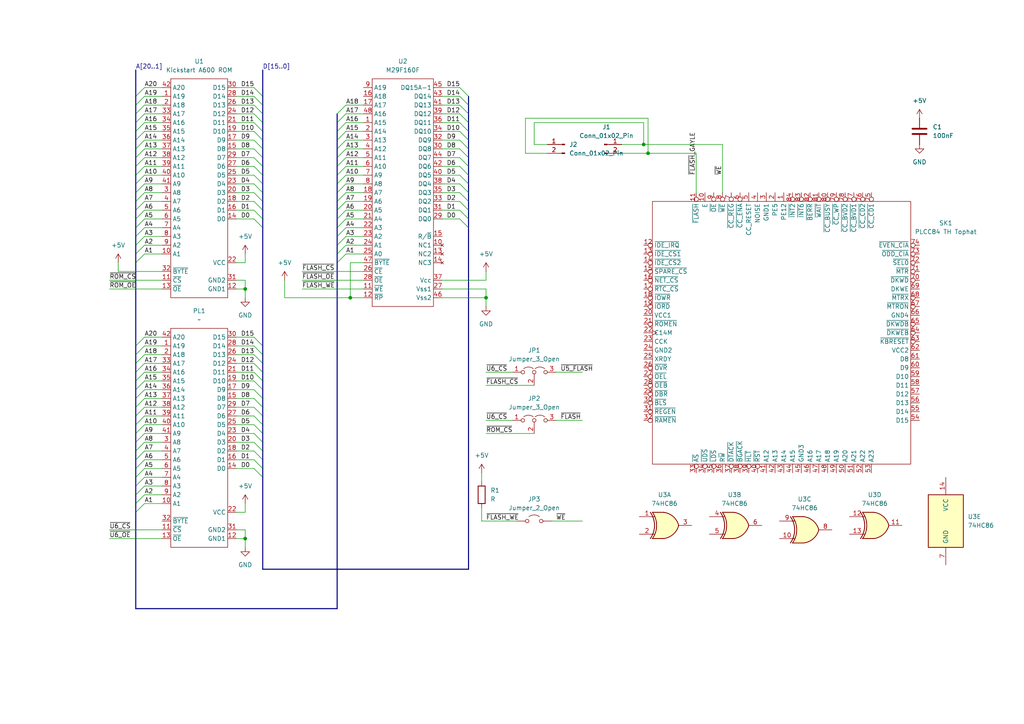
<source format=kicad_sch>
(kicad_sch (version 20250114) (generator "eeschema") (generator_version "9.0")
  (paper "A4")
  (lib_symbols
    (symbol "74xx:74HC86" (pin_names (offset 1.016))
      (property "Reference" "U" (at 0 1.27 0))
      (property "Value" "74HC86" (at 0 -1.27 0))
      (symbol "74HC86_1_0"
        (pin input line (at -7.62 2.54 0) (length 4.445) (name "~") (number "1"))
        (pin input line (at -7.62 -2.54 0) (length 4.445) (name "~") (number "2"))
        (pin output line (at 7.62 0 180) (length 3.81) (name "~") (number "3"))
      )
      (symbol "74HC86_2_0"
        (pin input line (at -7.62 2.54 0) (length 4.445) (name "~") (number "4"))
        (pin input line (at -7.62 -2.54 0) (length 4.445) (name "~") (number "5"))
        (pin output line (at 7.62 0 180) (length 3.81) (name "~") (number "6"))
      )
      (symbol "74HC86_3_0"
        (pin input line (at -7.62 2.54 0) (length 4.445) (name "~") (number "9"))
        (pin input line (at -7.62 -2.54 0) (length 4.445) (name "~") (number "10"))
        (pin output line (at 7.62 0 180) (length 3.81) (name "~") (number "8"))
      )
      (symbol "74HC86_4_0"
        (pin input line (at -7.62 2.54 0) (length 4.445) (name "~") (number "12"))
        (pin input line (at -7.62 -2.54 0) (length 4.445) (name "~") (number "13"))
        (pin output line (at 7.62 0 180) (length 3.81) (name "~") (number "11"))
      )
      (symbol "74HC86_5_0"
        (pin power_in line (at 0 12.7 270) (length 5.08) (name "VCC") (number "14"))
        (pin power_in line (at 0 -12.7 90) (length 5.08) (name "GND") (number "7"))
      )
    )
    (symbol "A600ROM:Gayle_Tophat"
      (property "Reference" "SK" (at -1.524 1.524 0))
      (property "Value" "PLCC84 TH Tophat" (at 0 0 0))
      (symbol "Gayle_Tophat_1_1"
        (pin output inverted (at -40.64 25.4 0) (length 2.54) (name "~{IDE_IRQ}") (number "12"))
        (pin output inverted (at -40.64 22.86 0) (length 2.54) (name "~{IDE_CS1}") (number "13"))
        (pin output inverted (at -40.64 20.32 0) (length 2.54) (name "~{IDE_CS2}") (number "14"))
        (pin output inverted (at -40.64 17.78 0) (length 2.54) (name "~{SPARE_CS}") (number "15"))
        (pin output inverted (at -40.64 15.24 0) (length 2.54) (name "~{NET_CS}") (number "16"))
        (pin output inverted (at -40.64 12.7 0) (length 2.54) (name "~{RTC_CS}") (number "17"))
        (pin output inverted (at -40.64 10.16 0) (length 2.54) (name "~{IOWR}") (number "18"))
        (pin output inverted (at -40.64 7.62 0) (length 2.54) (name "~{IORD}") (number "19"))
        (pin power_out line (at -40.64 5.08 0) (length 2.54) (name "VCC1") (number "20"))
        (pin output inverted (at -40.64 2.54 0) (length 2.54) (name "~{ROMEN}") (number "21"))
        (pin output clock (at -40.64 0 0) (length 2.54) (name "C14M") (number "22"))
        (pin output line (at -40.64 -2.54 0) (length 2.54) (name "CCK") (number "23"))
        (pin power_out line (at -40.64 -5.08 0) (length 2.54) (name "GND2") (number "24"))
        (pin output line (at -40.64 -7.62 0) (length 2.54) (name "XRDY") (number "25"))
        (pin output inverted (at -40.64 -10.16 0) (length 2.54) (name "~{OVR}") (number "26"))
        (pin output inverted (at -40.64 -12.7 0) (length 2.54) (name "~{OEL}") (number "27"))
        (pin output inverted (at -40.64 -15.24 0) (length 2.54) (name "~{OEB}") (number "28"))
        (pin output inverted (at -40.64 -17.78 0) (length 2.54) (name "~{DBR}") (number "29"))
        (pin output inverted (at -40.64 -20.32 0) (length 2.54) (name "~{BLS}") (number "30"))
        (pin output inverted (at -40.64 -22.86 0) (length 2.54) (name "~{REGEN}") (number "31"))
        (pin output inverted (at -40.64 -25.4 0) (length 2.54) (name "~{RAMEN}") (number "32"))
        (pin output inverted (at -25.4 40.64 270) (length 2.54) (name "~{FLASH}") (number "11"))
        (pin output inverted (at -25.4 -40.64 90) (length 2.54) (name "~{AS}") (number "33"))
        (pin output line (at -22.86 40.64 270) (length 2.54) (name "E") (number "10"))
        (pin output inverted (at -22.86 -40.64 90) (length 2.54) (name "~{UDS}") (number "34"))
        (pin output inverted (at -20.32 40.64 270) (length 2.54) (name "~{OE}") (number "9"))
        (pin output inverted (at -20.32 -40.64 90) (length 2.54) (name "~{LDS}") (number "35"))
        (pin output inverted (at -17.78 40.64 270) (length 2.54) (name "~{WE}") (number "8"))
        (pin output line (at -17.78 -40.64 90) (length 2.54) (name "R~{W}") (number "36"))
        (pin output inverted (at -15.24 40.64 270) (length 2.54) (name "~{CC_REG}") (number "7"))
        (pin bidirectional inverted (at -15.24 -40.64 90) (length 2.54) (name "~{DTACK}") (number "37"))
        (pin output inverted (at -12.7 40.64 270) (length 2.54) (name "~{CC_ENA}") (number "6"))
        (pin output inverted (at -12.7 -40.64 90) (length 2.54) (name "~{BGACK}") (number "38"))
        (pin output line (at -10.16 40.64 270) (length 2.54) (name "CC_RESET") (number "5"))
        (pin output inverted (at -10.16 -40.64 90) (length 2.54) (name "~{HLT}") (number "39"))
        (pin output line (at -7.62 40.64 270) (length 2.54) (name "NOISE") (number "4"))
        (pin output inverted (at -7.62 -40.64 90) (length 2.54) (name "~{RST}") (number "40"))
        (pin power_out line (at -5.08 40.64 270) (length 2.54) (name "GND1") (number "3"))
        (pin output line (at -5.08 -40.64 90) (length 2.54) (name "A12") (number "41"))
        (pin output line (at -2.54 40.64 270) (length 2.54) (name "PE5") (number "2"))
        (pin output line (at -2.54 -40.64 90) (length 2.54) (name "A13") (number "42"))
        (pin output line (at 0 40.64 270) (length 2.54) (name "PE12") (number "1"))
        (pin output line (at 0 -40.64 90) (length 2.54) (name "A14") (number "43"))
        (pin output inverted (at 2.54 40.64 270) (length 2.54) (name "~{INT2}") (number "84"))
        (pin output line (at 2.54 -40.64 90) (length 2.54) (name "A15") (number "44"))
        (pin output inverted (at 5.08 40.64 270) (length 2.54) (name "~{INT6}") (number "83"))
        (pin power_out line (at 5.08 -40.64 90) (length 2.54) (name "GND3") (number "45"))
        (pin output inverted (at 7.62 40.64 270) (length 2.54) (name "~{BERR}") (number "82"))
        (pin output line (at 7.62 -40.64 90) (length 2.54) (name "A16") (number "46"))
        (pin output inverted (at 10.16 40.64 270) (length 2.54) (name "~{WAIT}") (number "81"))
        (pin output line (at 10.16 -40.64 90) (length 2.54) (name "A17") (number "47"))
        (pin output inverted (at 12.7 40.64 270) (length 2.54) (name "~{CC_BUSY}") (number "80"))
        (pin output line (at 12.7 -40.64 90) (length 2.54) (name "A18") (number "48"))
        (pin output inverted (at 15.24 40.64 270) (length 2.54) (name "~{CC_WP}") (number "79"))
        (pin output line (at 15.24 -40.64 90) (length 2.54) (name "A19") (number "49"))
        (pin output inverted (at 17.78 40.64 270) (length 2.54) (name "~{CC_BVD2}") (number "78"))
        (pin output line (at 17.78 -40.64 90) (length 2.54) (name "A20") (number "50"))
        (pin output inverted (at 20.32 40.64 270) (length 2.54) (name "~{CC_BVD1}") (number "77"))
        (pin output line (at 20.32 -40.64 90) (length 2.54) (name "A21") (number "51"))
        (pin output inverted (at 22.86 40.64 270) (length 2.54) (name "~{CC_CD2}") (number "76"))
        (pin output line (at 22.86 -40.64 90) (length 2.54) (name "A22") (number "52"))
        (pin output inverted (at 25.4 40.64 270) (length 2.54) (name "~{CC_CD1}") (number "75"))
        (pin output line (at 25.4 -40.64 90) (length 2.54) (name "A23") (number "53"))
        (pin output inverted (at 39.37 25.4 180) (length 2.54) (name "~{EVEN_CIA}") (number "74"))
        (pin output inverted (at 39.37 22.86 180) (length 2.54) (name "~{ODD_CIA}") (number "73"))
        (pin output inverted (at 39.37 20.32 180) (length 2.54) (name "~{SEL0}") (number "72"))
        (pin output inverted (at 39.37 17.78 180) (length 2.54) (name "~{MTR}") (number "71"))
        (pin output inverted (at 39.37 15.24 180) (length 2.54) (name "~{DKWD}") (number "70"))
        (pin output line (at 39.37 12.7 180) (length 2.54) (name "DKWE") (number "69"))
        (pin output inverted (at 39.37 10.16 180) (length 2.54) (name "~{MTRX}") (number "68"))
        (pin output inverted (at 39.37 7.62 180) (length 2.54) (name "~{MTRON}") (number "67"))
        (pin power_out line (at 39.37 5.08 180) (length 2.54) (name "GND4") (number "66"))
        (pin output inverted (at 39.37 2.54 180) (length 2.54) (name "~{DKWDB}") (number "65"))
        (pin output inverted (at 39.37 0 180) (length 2.54) (name "~{DKWEB}") (number "64"))
        (pin output inverted (at 39.37 -2.54 180) (length 2.54) (name "~{KBRESET}") (number "63"))
        (pin output line (at 39.37 -5.08 180) (length 2.54) (name "VCC2") (number "62"))
        (pin bidirectional line (at 39.37 -7.62 180) (length 2.54) (name "D8") (number "61"))
        (pin bidirectional line (at 39.37 -10.16 180) (length 2.54) (name "D9") (number "60"))
        (pin bidirectional line (at 39.37 -12.7 180) (length 2.54) (name "D10") (number "59"))
        (pin bidirectional line (at 39.37 -15.24 180) (length 2.54) (name "D11") (number "58"))
        (pin bidirectional line (at 39.37 -17.78 180) (length 2.54) (name "D12") (number "57"))
        (pin bidirectional line (at 39.37 -20.32 180) (length 2.54) (name "D13") (number "56"))
        (pin bidirectional line (at 39.37 -22.86 180) (length 2.54) (name "D14") (number "55"))
        (pin bidirectional line (at 39.37 -25.4 180) (length 2.54) (name "D15") (number "54"))
      )
    )
    (symbol "A600ROM:Kickstart_Header"
      (property "Reference" "PL" (at 0 0 0))
      (symbol "Kickstart_Header_1_1"
        (pin output line (at -10.16 -5.08 0) (length 2.54) (name "A20") (number "42"))
        (pin output line (at -10.16 -7.62 0) (length 2.54) (name "A19") (number "1"))
        (pin output line (at -10.16 -10.16 0) (length 2.54) (name "A18") (number "2"))
        (pin output line (at -10.16 -12.7 0) (length 2.54) (name "A17") (number "33"))
        (pin output line (at -10.16 -15.24 0) (length 2.54) (name "A16") (number "34"))
        (pin output line (at -10.16 -17.78 0) (length 2.54) (name "A15") (number "35"))
        (pin output line (at -10.16 -20.32 0) (length 2.54) (name "A14") (number "36"))
        (pin output line (at -10.16 -22.86 0) (length 2.54) (name "A13") (number "37"))
        (pin output line (at -10.16 -25.4 0) (length 2.54) (name "A12") (number "38"))
        (pin output line (at -10.16 -27.94 0) (length 2.54) (name "A11") (number "39"))
        (pin output line (at -10.16 -30.48 0) (length 2.54) (name "A10") (number "40"))
        (pin output line (at -10.16 -33.02 0) (length 2.54) (name "A9") (number "41"))
        (pin output line (at -10.16 -35.56 0) (length 2.54) (name "A8") (number "3"))
        (pin output line (at -10.16 -38.1 0) (length 2.54) (name "A7") (number "4"))
        (pin output line (at -10.16 -40.64 0) (length 2.54) (name "A6") (number "5"))
        (pin output line (at -10.16 -43.18 0) (length 2.54) (name "A5") (number "6"))
        (pin output line (at -10.16 -45.72 0) (length 2.54) (name "A4") (number "7"))
        (pin output line (at -10.16 -48.26 0) (length 2.54) (name "A3") (number "8"))
        (pin output line (at -10.16 -50.8 0) (length 2.54) (name "A2") (number "9"))
        (pin output line (at -10.16 -53.34 0) (length 2.54) (name "A1") (number "10"))
        (pin output line (at -10.16 -58.42 0) (length 2.54) (name "~{BYTE}") (number "32"))
        (pin output line (at -10.16 -60.96 0) (length 2.54) (name "~{CS}") (number "11"))
        (pin output line (at -10.16 -63.5 0) (length 2.54) (name "~{OE}") (number "13"))
        (pin input line (at 11.43 -5.08 180) (length 2.54) (name "D15") (number "30"))
        (pin input line (at 11.43 -7.62 180) (length 2.54) (name "D14") (number "28"))
        (pin input line (at 11.43 -10.16 180) (length 2.54) (name "D13") (number "26"))
        (pin input line (at 11.43 -12.7 180) (length 2.54) (name "D12") (number "24"))
        (pin input line (at 11.43 -15.24 180) (length 2.54) (name "D11") (number "21"))
        (pin input line (at 11.43 -17.78 180) (length 2.54) (name "D10") (number "19"))
        (pin input line (at 11.43 -20.32 180) (length 2.54) (name "D9") (number "17"))
        (pin input line (at 11.43 -22.86 180) (length 2.54) (name "D8") (number "15"))
        (pin input line (at 11.43 -25.4 180) (length 2.54) (name "D7") (number "29"))
        (pin input line (at 11.43 -27.94 180) (length 2.54) (name "D6") (number "27"))
        (pin input line (at 11.43 -30.48 180) (length 2.54) (name "D5") (number "25"))
        (pin input line (at 11.43 -33.02 180) (length 2.54) (name "D4") (number "23"))
        (pin input line (at 11.43 -35.56 180) (length 2.54) (name "D3") (number "20"))
        (pin input line (at 11.43 -38.1 180) (length 2.54) (name "D2") (number "18"))
        (pin input line (at 11.43 -40.64 180) (length 2.54) (name "D1") (number "16"))
        (pin input line (at 11.43 -43.18 180) (length 2.54) (name "D0") (number "14"))
        (pin power_out line (at 11.43 -55.88 180) (length 2.54) (name "VCC") (number "22"))
        (pin power_out line (at 11.43 -60.96 180) (length 2.54) (name "GND2") (number "31"))
        (pin power_out line (at 11.43 -63.5 180) (length 2.54) (name "GND1") (number "12"))
      )
    )
    (symbol "A600ROM:Kickstart_ROM"
      (property "Reference" "U" (at 0 0 0))
      (property "Value" "Kickstart A600 ROM" (at 0 0 0))
      (symbol "Kickstart_ROM_1_1"
        (pin input line (at -10.16 -5.08 0) (length 2.54) (name "A20") (number "42"))
        (pin input line (at -10.16 -7.62 0) (length 2.54) (name "A19") (number "1"))
        (pin input line (at -10.16 -10.16 0) (length 2.54) (name "A18") (number "2"))
        (pin input line (at -10.16 -12.7 0) (length 2.54) (name "A17") (number "33"))
        (pin input line (at -10.16 -15.24 0) (length 2.54) (name "A16") (number "34"))
        (pin input line (at -10.16 -17.78 0) (length 2.54) (name "A15") (number "35"))
        (pin input line (at -10.16 -20.32 0) (length 2.54) (name "A14") (number "36"))
        (pin input line (at -10.16 -22.86 0) (length 2.54) (name "A13") (number "37"))
        (pin input line (at -10.16 -25.4 0) (length 2.54) (name "A12") (number "38"))
        (pin input line (at -10.16 -27.94 0) (length 2.54) (name "A11") (number "39"))
        (pin input line (at -10.16 -30.48 0) (length 2.54) (name "A10") (number "40"))
        (pin input line (at -10.16 -33.02 0) (length 2.54) (name "A9") (number "41"))
        (pin input line (at -10.16 -35.56 0) (length 2.54) (name "A8") (number "3"))
        (pin input line (at -10.16 -38.1 0) (length 2.54) (name "A7") (number "4"))
        (pin input line (at -10.16 -40.64 0) (length 2.54) (name "A6") (number "5"))
        (pin input line (at -10.16 -43.18 0) (length 2.54) (name "A5") (number "6"))
        (pin input line (at -10.16 -45.72 0) (length 2.54) (name "A4") (number "7"))
        (pin input line (at -10.16 -48.26 0) (length 2.54) (name "A3") (number "8"))
        (pin input line (at -10.16 -50.8 0) (length 2.54) (name "A2") (number "9"))
        (pin input line (at -10.16 -53.34 0) (length 2.54) (name "A1") (number "10"))
        (pin input line (at -10.16 -58.42 0) (length 2.54) (name "~{BYTE}") (number "32"))
        (pin input line (at -10.16 -60.96 0) (length 2.54) (name "~{CS}") (number "11"))
        (pin input line (at -10.16 -63.5 0) (length 2.54) (name "~{OE}") (number "13"))
        (pin tri_state line (at 11.43 -5.08 180) (length 2.54) (name "D15") (number "30"))
        (pin tri_state line (at 11.43 -7.62 180) (length 2.54) (name "D14") (number "28"))
        (pin tri_state line (at 11.43 -10.16 180) (length 2.54) (name "D13") (number "26"))
        (pin tri_state line (at 11.43 -12.7 180) (length 2.54) (name "D12") (number "24"))
        (pin tri_state line (at 11.43 -15.24 180) (length 2.54) (name "D11") (number "21"))
        (pin tri_state line (at 11.43 -17.78 180) (length 2.54) (name "D10") (number "19"))
        (pin tri_state line (at 11.43 -20.32 180) (length 2.54) (name "D9") (number "17"))
        (pin tri_state line (at 11.43 -22.86 180) (length 2.54) (name "D8") (number "15"))
        (pin tri_state line (at 11.43 -25.4 180) (length 2.54) (name "D7") (number "29"))
        (pin tri_state line (at 11.43 -27.94 180) (length 2.54) (name "D6") (number "27"))
        (pin tri_state line (at 11.43 -30.48 180) (length 2.54) (name "D5") (number "25"))
        (pin tri_state line (at 11.43 -33.02 180) (length 2.54) (name "D4") (number "23"))
        (pin tri_state line (at 11.43 -35.56 180) (length 2.54) (name "D3") (number "20"))
        (pin tri_state line (at 11.43 -38.1 180) (length 2.54) (name "D2") (number "18"))
        (pin tri_state line (at 11.43 -40.64 180) (length 2.54) (name "D1") (number "16"))
        (pin tri_state line (at 11.43 -43.18 180) (length 2.54) (name "D0") (number "14"))
        (pin power_in line (at 11.43 -55.88 180) (length 2.54) (name "VCC") (number "22"))
        (pin power_in line (at 11.43 -60.96 180) (length 2.54) (name "GND2") (number "31"))
        (pin power_in line (at 11.43 -63.5 180) (length 2.54) (name "GND1") (number "12"))
      )
    )
    (symbol "A600ROM:M29F160F"
      (property "Reference" "U" (at 0 0 0))
      (property "Value" "M29F160F" (at 0 0 0))
      (symbol "M29F160F_1_1"
        (pin input line (at -11.43 -5.08 0) (length 2.54) (name "A19") (number "9"))
        (pin input line (at -11.43 -7.62 0) (length 2.54) (name "A18") (number "16"))
        (pin input line (at -11.43 -10.16 0) (length 2.54) (name "A17") (number "17"))
        (pin input line (at -11.43 -12.7 0) (length 2.54) (name "A16") (number "48"))
        (pin input line (at -11.43 -15.24 0) (length 2.54) (name "A15") (number "1"))
        (pin input line (at -11.43 -17.78 0) (length 2.54) (name "A14") (number "2"))
        (pin input line (at -11.43 -20.32 0) (length 2.54) (name "A13") (number "3"))
        (pin input line (at -11.43 -22.86 0) (length 2.54) (name "A12") (number "4"))
        (pin input line (at -11.43 -25.4 0) (length 2.54) (name "A11") (number "5"))
        (pin input line (at -11.43 -27.94 0) (length 2.54) (name "A10") (number "6"))
        (pin input line (at -11.43 -30.48 0) (length 2.54) (name "A9") (number "7"))
        (pin input line (at -11.43 -33.02 0) (length 2.54) (name "A8") (number "8"))
        (pin input line (at -11.43 -35.56 0) (length 2.54) (name "A7") (number "18"))
        (pin input line (at -11.43 -38.1 0) (length 2.54) (name "A6") (number "19"))
        (pin input line (at -11.43 -40.64 0) (length 2.54) (name "A5") (number "20"))
        (pin input line (at -11.43 -43.18 0) (length 2.54) (name "A4") (number "21"))
        (pin input line (at -11.43 -45.72 0) (length 2.54) (name "A3") (number "22"))
        (pin input line (at -11.43 -48.26 0) (length 2.54) (name "A2") (number "23"))
        (pin input line (at -11.43 -50.8 0) (length 2.54) (name "A1") (number "24"))
        (pin input line (at -11.43 -53.34 0) (length 2.54) (name "A0") (number "25"))
        (pin input line (at -11.43 -55.88 0) (length 2.54) (name "~{BYTE}") (number "47"))
        (pin input line (at -11.43 -58.42 0) (length 2.54) (name "~{CE}") (number "26"))
        (pin input line (at -11.43 -60.96 0) (length 2.54) (name "~{OE}") (number "28"))
        (pin input line (at -11.43 -63.5 0) (length 2.54) (name "~{WE}") (number "11"))
        (pin input line (at -11.43 -66.04 0) (length 2.54) (name "~{RP}") (number "12"))
        (pin bidirectional line (at 11.43 -5.08 180) (length 2.54) (name "DQ15A-1") (number "45"))
        (pin bidirectional line (at 11.43 -7.62 180) (length 2.54) (name "DQ14") (number "43"))
        (pin bidirectional line (at 11.43 -10.16 180) (length 2.54) (name "DQ13") (number "41"))
        (pin bidirectional line (at 11.43 -12.7 180) (length 2.54) (name "DQ12") (number "39"))
        (pin bidirectional line (at 11.43 -15.24 180) (length 2.54) (name "DQ11") (number "36"))
        (pin bidirectional line (at 11.43 -17.78 180) (length 2.54) (name "DQ10") (number "34"))
        (pin bidirectional line (at 11.43 -20.32 180) (length 2.54) (name "DQ9") (number "32"))
        (pin bidirectional line (at 11.43 -22.86 180) (length 2.54) (name "DQ8") (number "30"))
        (pin bidirectional line (at 11.43 -25.4 180) (length 2.54) (name "DQ7") (number "44"))
        (pin bidirectional line (at 11.43 -27.94 180) (length 2.54) (name "DQ6") (number "42"))
        (pin bidirectional line (at 11.43 -30.48 180) (length 2.54) (name "DQ5") (number "40"))
        (pin bidirectional line (at 11.43 -33.02 180) (length 2.54) (name "DQ4") (number "38"))
        (pin bidirectional line (at 11.43 -35.56 180) (length 2.54) (name "DQ3") (number "35"))
        (pin bidirectional line (at 11.43 -38.1 180) (length 2.54) (name "DQ2") (number "33"))
        (pin bidirectional line (at 11.43 -40.64 180) (length 2.54) (name "DQ1") (number "31"))
        (pin bidirectional line (at 11.43 -43.18 180) (length 2.54) (name "DQ0") (number "29"))
        (pin bidirectional line (at 11.43 -48.26 180) (length 2.54) (name "R/~{B}") (number "15"))
        (pin no_connect line (at 11.43 -50.8 180) (length 2.54) (name "NC1") (number "10"))
        (pin no_connect line (at 11.43 -53.34 180) (length 2.54) (name "NC2") (number "13"))
        (pin no_connect line (at 11.43 -55.88 180) (length 2.54) (name "NC3") (number "14"))
        (pin power_in line (at 11.43 -60.96 180) (length 2.54) (name "Vcc") (number "37"))
        (pin power_in line (at 11.43 -63.5 180) (length 2.54) (name "Vss1") (number "27"))
        (pin power_in line (at 11.43 -66.04 180) (length 2.54) (name "Vss2") (number "46"))
      )
    )
    (symbol "Connector:Conn_01x02_Pin" (pin_names (offset 1.016) (hide yes))
      (property "Reference" "J" (at 0 2.54 0))
      (property "Value" "Conn_01x02_Pin" (at 0 -5.08 0))
      (symbol "Conn_01x02_Pin_1_1"
        (pin passive line (at 5.08 0 180) (length 3.81) (name "Pin_1") (number "1"))
        (pin passive line (at 5.08 -2.54 180) (length 3.81) (name "Pin_2") (number "2"))
      )
    )
    (symbol "Device:C" (pin_numbers (hide yes)) (pin_names (offset 0.254))
      (property "Reference" "C" (at 0.635 2.54 0))
      (property "Value" "C" (at 0.635 -2.54 0))
      (symbol "C_1_1"
        (pin passive line (at 0 3.81 270) (length 2.794) (name "~") (number "1"))
        (pin passive line (at 0 -3.81 90) (length 2.794) (name "~") (number "2"))
      )
    )
    (symbol "Device:R" (pin_numbers (hide yes)) (pin_names (offset 0))
      (property "Reference" "R" (at 2.032 0 90))
      (property "Value" "R" (at 0 0 90))
      (symbol "R_1_1"
        (pin passive line (at 0 3.81 270) (length 1.27) (name "~") (number "1"))
        (pin passive line (at 0 -3.81 90) (length 1.27) (name "~") (number "2"))
      )
    )
    (symbol "Jumper:Jumper_2_Open" (pin_numbers (hide yes)) (pin_names (offset 0) (hide yes))
      (property "Reference" "JP" (at 0 2.794 0))
      (property "Value" "Jumper_2_Open" (at 0 -2.286 0))
      (symbol "Jumper_2_Open_1_1"
        (pin passive line (at -5.08 0 0) (length 2.54) (name "A") (number "1"))
        (pin passive line (at 5.08 0 180) (length 2.54) (name "B") (number "2"))
      )
    )
    (symbol "Jumper:Jumper_3_Open" (pin_names (offset 0) (hide yes)) (in_bom no)
      (property "Reference" "JP" (at -2.54 -2.54 0))
      (property "Value" "Jumper_3_Open" (at 0 2.794 0))
      (symbol "Jumper_3_Open_1_1"
        (pin passive line (at -6.35 0 0) (length 2.54) (name "A") (number "1"))
        (pin passive line (at 0 -3.81 90) (length 2.54) (name "C") (number "2"))
        (pin passive line (at 6.35 0 180) (length 2.54) (name "B") (number "3"))
      )
    )
    (symbol "power:+5V" (power) (pin_numbers (hide yes)) (pin_names (offset 0) (hide yes))
      (property "Value" "+5V" (at 0 3.556 0))
      (symbol "+5V_1_1"
        (pin power_in line (at 0 0 90) (length 0) (name "~") (number "1"))
      )
    )
    (symbol "power:GND" (power) (pin_numbers (hide yes)) (pin_names (offset 0) (hide yes))
      (property "Value" "GND" (at 0 -3.81 0))
      (symbol "GND_1_1"
        (pin power_in line (at 0 0 270) (length 0) (name "~") (number "1"))
      )
    )
  )
  (junction (at 187.96 44.45))
  (junction (at 140.97 86.36))
  (junction (at 186.69 41.91))
  (junction (at 71.12 83.82))
  (junction (at 101.6 86.36))
  (junction (at 71.12 156.21))
  (bus_entry (at 100.33 55.88) (size -2.54 2.54))
  (bus_entry (at 133.35 48.26) (size 2.54 2.54))
  (bus_entry (at 133.35 27.94) (size 2.54 2.54))
  (bus_entry (at 41.91 125.73) (size -2.54 2.54))
  (bus_entry (at 73.66 25.4) (size 2.54 2.54))
  (bus_entry (at 133.35 40.64) (size 2.54 2.54))
  (bus_entry (at 41.91 102.87) (size -2.54 2.54))
  (bus_entry (at 73.66 118.11) (size 2.54 2.54))
  (bus_entry (at 41.91 138.43) (size -2.54 2.54))
  (bus_entry (at 73.66 63.5) (size 2.54 2.54))
  (bus_entry (at 73.66 105.41) (size 2.54 2.54))
  (bus_entry (at 133.35 33.02) (size 2.54 2.54))
  (bus_entry (at 73.66 128.27) (size 2.54 2.54))
  (bus_entry (at 73.66 110.49) (size 2.54 2.54))
  (bus_entry (at 100.33 53.34) (size -2.54 2.54))
  (bus_entry (at 41.91 27.94) (size -2.54 2.54))
  (bus_entry (at 41.91 110.49) (size -2.54 2.54))
  (bus_entry (at 73.66 60.96) (size 2.54 2.54))
  (bus_entry (at 133.35 60.96) (size 2.54 2.54))
  (bus_entry (at 41.91 60.96) (size -2.54 2.54))
  (bus_entry (at 73.66 97.79) (size 2.54 2.54))
  (bus_entry (at 73.66 27.94) (size 2.54 2.54))
  (bus_entry (at 73.66 48.26) (size 2.54 2.54))
  (bus_entry (at 41.91 123.19) (size -2.54 2.54))
  (bus_entry (at 73.66 115.57) (size 2.54 2.54))
  (bus_entry (at 133.35 38.1) (size 2.54 2.54))
  (bus_entry (at 41.91 130.81) (size -2.54 2.54))
  (bus_entry (at 133.35 25.4) (size 2.54 2.54))
  (bus_entry (at 41.91 68.58) (size -2.54 2.54))
  (bus_entry (at 100.33 50.8) (size -2.54 2.54))
  (bus_entry (at 41.91 133.35) (size -2.54 2.54))
  (bus_entry (at 100.33 63.5) (size -2.54 2.54))
  (bus_entry (at 100.33 68.58) (size -2.54 2.54))
  (bus_entry (at 73.66 133.35) (size 2.54 2.54))
  (bus_entry (at 100.33 66.04) (size -2.54 2.54))
  (bus_entry (at 73.66 35.56) (size 2.54 2.54))
  (bus_entry (at 73.66 55.88) (size 2.54 2.54))
  (bus_entry (at 73.66 130.81) (size 2.54 2.54))
  (bus_entry (at 41.91 33.02) (size -2.54 2.54))
  (bus_entry (at 41.91 97.79) (size -2.54 2.54))
  (bus_entry (at 41.91 30.48) (size -2.54 2.54))
  (bus_entry (at 133.35 43.18) (size 2.54 2.54))
  (bus_entry (at 73.66 40.64) (size 2.54 2.54))
  (bus_entry (at 73.66 45.72) (size 2.54 2.54))
  (bus_entry (at 100.33 43.18) (size -2.54 2.54))
  (bus_entry (at 41.91 105.41) (size -2.54 2.54))
  (bus_entry (at 100.33 38.1) (size -2.54 2.54))
  (bus_entry (at 73.66 58.42) (size 2.54 2.54))
  (bus_entry (at 100.33 48.26) (size -2.54 2.54))
  (bus_entry (at 41.91 38.1) (size -2.54 2.54))
  (bus_entry (at 41.91 55.88) (size -2.54 2.54))
  (bus_entry (at 73.66 30.48) (size 2.54 2.54))
  (bus_entry (at 133.35 53.34) (size 2.54 2.54))
  (bus_entry (at 100.33 60.96) (size -2.54 2.54))
  (bus_entry (at 100.33 73.66) (size -2.54 2.54))
  (bus_entry (at 73.66 113.03) (size 2.54 2.54))
  (bus_entry (at 73.66 102.87) (size 2.54 2.54))
  (bus_entry (at 133.35 50.8) (size 2.54 2.54))
  (bus_entry (at 73.66 107.95) (size 2.54 2.54))
  (bus_entry (at 41.91 73.66) (size -2.54 2.54))
  (bus_entry (at 41.91 50.8) (size -2.54 2.54))
  (bus_entry (at 41.91 107.95) (size -2.54 2.54))
  (bus_entry (at 41.91 35.56) (size -2.54 2.54))
  (bus_entry (at 133.35 55.88) (size 2.54 2.54))
  (bus_entry (at 41.91 118.11) (size -2.54 2.54))
  (bus_entry (at 133.35 30.48) (size 2.54 2.54))
  (bus_entry (at 41.91 40.64) (size -2.54 2.54))
  (bus_entry (at 100.33 58.42) (size -2.54 2.54))
  (bus_entry (at 100.33 33.02) (size -2.54 2.54))
  (bus_entry (at 73.66 123.19) (size 2.54 2.54))
  (bus_entry (at 73.66 33.02) (size 2.54 2.54))
  (bus_entry (at 41.91 53.34) (size -2.54 2.54))
  (bus_entry (at 41.91 63.5) (size -2.54 2.54))
  (bus_entry (at 41.91 143.51) (size -2.54 2.54))
  (bus_entry (at 41.91 140.97) (size -2.54 2.54))
  (bus_entry (at 41.91 66.04) (size -2.54 2.54))
  (bus_entry (at 73.66 100.33) (size 2.54 2.54))
  (bus_entry (at 41.91 45.72) (size -2.54 2.54))
  (bus_entry (at 100.33 40.64) (size -2.54 2.54))
  (bus_entry (at 41.91 71.12) (size -2.54 2.54))
  (bus_entry (at 41.91 115.57) (size -2.54 2.54))
  (bus_entry (at 41.91 48.26) (size -2.54 2.54))
  (bus_entry (at 133.35 35.56) (size 2.54 2.54))
  (bus_entry (at 41.91 43.18) (size -2.54 2.54))
  (bus_entry (at 73.66 38.1) (size 2.54 2.54))
  (bus_entry (at 41.91 135.89) (size -2.54 2.54))
  (bus_entry (at 73.66 135.89) (size 2.54 2.54))
  (bus_entry (at 41.91 58.42) (size -2.54 2.54))
  (bus_entry (at 73.66 43.18) (size 2.54 2.54))
  (bus_entry (at 41.91 113.03) (size -2.54 2.54))
  (bus_entry (at 41.91 128.27) (size -2.54 2.54))
  (bus_entry (at 100.33 71.12) (size -2.54 2.54))
  (bus_entry (at 133.35 45.72) (size 2.54 2.54))
  (bus_entry (at 133.35 58.42) (size 2.54 2.54))
  (bus_entry (at 100.33 35.56) (size -2.54 2.54))
  (bus_entry (at 73.66 125.73) (size 2.54 2.54))
  (bus_entry (at 41.91 120.65) (size -2.54 2.54))
  (bus_entry (at 41.91 146.05) (size -2.54 2.54))
  (bus_entry (at 73.66 53.34) (size 2.54 2.54))
  (bus_entry (at 73.66 120.65) (size 2.54 2.54))
  (bus_entry (at 41.91 100.33) (size -2.54 2.54))
  (bus_entry (at 73.66 50.8) (size 2.54 2.54))
  (bus_entry (at 100.33 45.72) (size -2.54 2.54))
  (bus_entry (at 41.91 25.4) (size -2.54 2.54))
  (bus_entry (at 133.35 63.5) (size 2.54 2.54))
  (bus_entry (at 100.33 30.48) (size -2.54 2.54))
  (bus (pts (xy 76.2 107.95) (xy 76.2 110.49)))
  (wire (pts (xy 68.58 148.59) (xy 71.12 148.59)))
  (bus (pts (xy 39.37 45.72) (xy 39.37 48.26)))
  (bus (pts (xy 97.79 176.53) (xy 39.37 176.53)))
  (wire (pts (xy 128.27 38.1) (xy 133.35 38.1)))
  (bus (pts (xy 39.37 63.5) (xy 39.37 66.04)))
  (wire (pts (xy 68.58 120.65) (xy 73.66 120.65)))
  (wire (pts (xy 41.91 113.03) (xy 46.99 113.03)))
  (bus (pts (xy 135.89 53.34) (xy 135.89 55.88)))
  (bus (pts (xy 39.37 133.35) (xy 39.37 135.89)))
  (wire (pts (xy 68.58 123.19) (xy 73.66 123.19)))
  (wire (pts (xy 68.58 35.56) (xy 73.66 35.56)))
  (wire (pts (xy 82.55 81.28) (xy 82.55 86.36)))
  (wire (pts (xy 31.75 156.21) (xy 46.99 156.21)))
  (wire (pts (xy 152.4 34.29) (xy 187.96 34.29)))
  (wire (pts (xy 68.58 40.64) (xy 73.66 40.64)))
  (bus (pts (xy 97.79 71.12) (xy 97.79 73.66)))
  (bus (pts (xy 39.37 68.58) (xy 39.37 71.12)))
  (bus (pts (xy 76.2 110.49) (xy 76.2 113.03)))
  (wire (pts (xy 100.33 55.88) (xy 105.41 55.88)))
  (bus (pts (xy 39.37 140.97) (xy 39.37 143.51)))
  (wire (pts (xy 68.58 115.57) (xy 73.66 115.57)))
  (bus (pts (xy 39.37 135.89) (xy 39.37 138.43)))
  (wire (pts (xy 68.58 81.28) (xy 71.12 81.28)))
  (wire (pts (xy 41.91 58.42) (xy 46.99 58.42)))
  (bus (pts (xy 39.37 30.48) (xy 39.37 33.02)))
  (wire (pts (xy 68.58 153.67) (xy 71.12 153.67)))
  (bus (pts (xy 39.37 138.43) (xy 39.37 140.97)))
  (bus (pts (xy 76.2 48.26) (xy 76.2 50.8)))
  (wire (pts (xy 140.97 86.36) (xy 140.97 88.9)))
  (wire (pts (xy 128.27 48.26) (xy 133.35 48.26)))
  (wire (pts (xy 100.33 45.72) (xy 105.41 45.72)))
  (wire (pts (xy 100.33 68.58) (xy 105.41 68.58)))
  (bus (pts (xy 76.2 35.56) (xy 76.2 38.1)))
  (wire (pts (xy 187.96 34.29) (xy 187.96 44.45)))
  (wire (pts (xy 68.58 53.34) (xy 73.66 53.34)))
  (wire (pts (xy 152.4 44.45) (xy 152.4 34.29)))
  (bus (pts (xy 39.37 118.11) (xy 39.37 120.65)))
  (wire (pts (xy 82.55 86.36) (xy 101.6 86.36)))
  (wire (pts (xy 100.33 38.1) (xy 105.41 38.1)))
  (wire (pts (xy 71.12 81.28) (xy 71.12 83.82)))
  (bus (pts (xy 76.2 125.73) (xy 76.2 128.27)))
  (wire (pts (xy 187.96 44.45) (xy 201.93 44.45)))
  (wire (pts (xy 154.94 35.56) (xy 186.69 35.56)))
  (wire (pts (xy 41.91 35.56) (xy 46.99 35.56)))
  (wire (pts (xy 68.58 105.41) (xy 73.66 105.41)))
  (wire (pts (xy 41.91 30.48) (xy 46.99 30.48)))
  (bus (pts (xy 76.2 30.48) (xy 76.2 33.02)))
  (bus (pts (xy 39.37 48.26) (xy 39.37 50.8)))
  (wire (pts (xy 41.91 45.72) (xy 46.99 45.72)))
  (bus (pts (xy 76.2 20.32) (xy 76.2 27.94)))
  (wire (pts (xy 68.58 30.48) (xy 73.66 30.48)))
  (wire (pts (xy 128.27 86.36) (xy 140.97 86.36)))
  (wire (pts (xy 68.58 125.73) (xy 73.66 125.73)))
  (wire (pts (xy 160.02 151.13) (xy 168.91 151.13)))
  (bus (pts (xy 39.37 35.56) (xy 39.37 38.1)))
  (wire (pts (xy 100.33 71.12) (xy 105.41 71.12)))
  (wire (pts (xy 41.91 115.57) (xy 46.99 115.57)))
  (wire (pts (xy 68.58 60.96) (xy 73.66 60.96)))
  (wire (pts (xy 68.58 110.49) (xy 73.66 110.49)))
  (bus (pts (xy 97.79 58.42) (xy 97.79 60.96)))
  (wire (pts (xy 71.12 146.05) (xy 71.12 148.59)))
  (bus (pts (xy 39.37 113.03) (xy 39.37 115.57)))
  (wire (pts (xy 41.91 125.73) (xy 46.99 125.73)))
  (wire (pts (xy 128.27 58.42) (xy 133.35 58.42)))
  (wire (pts (xy 41.91 138.43) (xy 46.99 138.43)))
  (bus (pts (xy 76.2 40.64) (xy 76.2 43.18)))
  (bus (pts (xy 39.37 27.94) (xy 39.37 30.48)))
  (wire (pts (xy 100.33 40.64) (xy 105.41 40.64)))
  (wire (pts (xy 68.58 43.18) (xy 73.66 43.18)))
  (bus (pts (xy 39.37 100.33) (xy 39.37 102.87)))
  (bus (pts (xy 135.89 35.56) (xy 135.89 38.1)))
  (bus (pts (xy 39.37 40.64) (xy 39.37 43.18)))
  (wire (pts (xy 41.91 97.79) (xy 46.99 97.79)))
  (bus (pts (xy 76.2 130.81) (xy 76.2 133.35)))
  (bus (pts (xy 76.2 53.34) (xy 76.2 55.88)))
  (wire (pts (xy 68.58 128.27) (xy 73.66 128.27)))
  (wire (pts (xy 128.27 33.02) (xy 133.35 33.02)))
  (wire (pts (xy 128.27 50.8) (xy 133.35 50.8)))
  (wire (pts (xy 41.91 71.12) (xy 46.99 71.12)))
  (wire (pts (xy 139.7 151.13) (xy 149.86 151.13)))
  (wire (pts (xy 100.33 35.56) (xy 105.41 35.56)))
  (wire (pts (xy 152.4 44.45) (xy 158.75 44.45)))
  (bus (pts (xy 39.37 38.1) (xy 39.37 40.64)))
  (wire (pts (xy 31.75 153.67) (xy 46.99 153.67)))
  (wire (pts (xy 68.58 33.02) (xy 73.66 33.02)))
  (wire (pts (xy 68.58 48.26) (xy 73.66 48.26)))
  (bus (pts (xy 76.2 38.1) (xy 76.2 40.64)))
  (wire (pts (xy 100.33 63.5) (xy 105.41 63.5)))
  (bus (pts (xy 135.89 60.96) (xy 135.89 63.5)))
  (bus (pts (xy 76.2 63.5) (xy 76.2 66.04)))
  (bus (pts (xy 97.79 53.34) (xy 97.79 55.88)))
  (bus (pts (xy 135.89 30.48) (xy 135.89 33.02)))
  (bus (pts (xy 76.2 55.88) (xy 76.2 58.42)))
  (wire (pts (xy 128.27 81.28) (xy 140.97 81.28)))
  (wire (pts (xy 186.69 41.91) (xy 209.55 41.91)))
  (wire (pts (xy 140.97 107.95) (xy 148.59 107.95)))
  (wire (pts (xy 101.6 76.2) (xy 105.41 76.2)))
  (wire (pts (xy 87.63 83.82) (xy 105.41 83.82)))
  (bus (pts (xy 97.79 55.88) (xy 97.79 58.42)))
  (bus (pts (xy 76.2 128.27) (xy 76.2 130.81)))
  (wire (pts (xy 201.93 44.45) (xy 201.93 55.88)))
  (wire (pts (xy 41.91 105.41) (xy 46.99 105.41)))
  (wire (pts (xy 140.97 111.76) (xy 154.94 111.76)))
  (wire (pts (xy 161.29 107.95) (xy 168.91 107.95)))
  (wire (pts (xy 128.27 63.5) (xy 133.35 63.5)))
  (wire (pts (xy 100.33 58.42) (xy 105.41 58.42)))
  (bus (pts (xy 97.79 33.02) (xy 97.79 35.56)))
  (bus (pts (xy 76.2 135.89) (xy 76.2 138.43)))
  (bus (pts (xy 135.89 50.8) (xy 135.89 53.34)))
  (wire (pts (xy 68.58 135.89) (xy 73.66 135.89)))
  (wire (pts (xy 100.33 33.02) (xy 105.41 33.02)))
  (bus (pts (xy 76.2 45.72) (xy 76.2 48.26)))
  (wire (pts (xy 68.58 113.03) (xy 73.66 113.03)))
  (wire (pts (xy 41.91 48.26) (xy 46.99 48.26)))
  (wire (pts (xy 180.34 44.45) (xy 187.96 44.45)))
  (bus (pts (xy 39.37 20.32) (xy 39.37 27.94)))
  (wire (pts (xy 41.91 25.4) (xy 46.99 25.4)))
  (bus (pts (xy 39.37 107.95) (xy 39.37 110.49)))
  (wire (pts (xy 41.91 50.8) (xy 46.99 50.8)))
  (bus (pts (xy 39.37 115.57) (xy 39.37 118.11)))
  (bus (pts (xy 39.37 60.96) (xy 39.37 63.5)))
  (bus (pts (xy 76.2 115.57) (xy 76.2 118.11)))
  (bus (pts (xy 97.79 43.18) (xy 97.79 45.72)))
  (bus (pts (xy 97.79 38.1) (xy 97.79 40.64)))
  (wire (pts (xy 41.91 43.18) (xy 46.99 43.18)))
  (wire (pts (xy 41.91 53.34) (xy 46.99 53.34)))
  (wire (pts (xy 41.91 68.58) (xy 46.99 68.58)))
  (wire (pts (xy 139.7 147.32) (xy 139.7 151.13)))
  (bus (pts (xy 135.89 165.1) (xy 76.2 165.1)))
  (bus (pts (xy 97.79 48.26) (xy 97.79 50.8)))
  (wire (pts (xy 100.33 53.34) (xy 105.41 53.34)))
  (bus (pts (xy 135.89 63.5) (xy 135.89 66.04)))
  (bus (pts (xy 76.2 133.35) (xy 76.2 135.89)))
  (wire (pts (xy 41.91 128.27) (xy 46.99 128.27)))
  (wire (pts (xy 41.91 27.94) (xy 46.99 27.94)))
  (bus (pts (xy 97.79 73.66) (xy 97.79 76.2)))
  (bus (pts (xy 135.89 58.42) (xy 135.89 60.96)))
  (wire (pts (xy 128.27 25.4) (xy 133.35 25.4)))
  (wire (pts (xy 41.91 73.66) (xy 46.99 73.66)))
  (wire (pts (xy 128.27 45.72) (xy 133.35 45.72)))
  (bus (pts (xy 39.37 128.27) (xy 39.37 130.81)))
  (wire (pts (xy 100.33 43.18) (xy 105.41 43.18)))
  (bus (pts (xy 76.2 105.41) (xy 76.2 107.95)))
  (bus (pts (xy 97.79 76.2) (xy 97.79 176.53)))
  (bus (pts (xy 39.37 110.49) (xy 39.37 113.03)))
  (bus (pts (xy 135.89 38.1) (xy 135.89 40.64)))
  (bus (pts (xy 76.2 33.02) (xy 76.2 35.56)))
  (wire (pts (xy 41.91 110.49) (xy 46.99 110.49)))
  (bus (pts (xy 76.2 58.42) (xy 76.2 60.96)))
  (wire (pts (xy 68.58 55.88) (xy 73.66 55.88)))
  (bus (pts (xy 76.2 43.18) (xy 76.2 45.72)))
  (wire (pts (xy 41.91 40.64) (xy 46.99 40.64)))
  (wire (pts (xy 34.29 78.74) (xy 46.99 78.74)))
  (wire (pts (xy 41.91 118.11) (xy 46.99 118.11)))
  (bus (pts (xy 39.37 125.73) (xy 39.37 128.27)))
  (wire (pts (xy 128.27 40.64) (xy 133.35 40.64)))
  (wire (pts (xy 87.63 81.28) (xy 105.41 81.28)))
  (bus (pts (xy 39.37 143.51) (xy 39.37 146.05)))
  (wire (pts (xy 41.91 63.5) (xy 46.99 63.5)))
  (bus (pts (xy 97.79 63.5) (xy 97.79 66.04)))
  (wire (pts (xy 139.7 137.16) (xy 139.7 139.7)))
  (bus (pts (xy 39.37 146.05) (xy 39.37 148.59)))
  (bus (pts (xy 97.79 68.58) (xy 97.79 71.12)))
  (wire (pts (xy 140.97 121.92) (xy 148.59 121.92)))
  (wire (pts (xy 100.33 48.26) (xy 105.41 48.26)))
  (wire (pts (xy 68.58 38.1) (xy 73.66 38.1)))
  (wire (pts (xy 41.91 102.87) (xy 46.99 102.87)))
  (wire (pts (xy 161.29 121.92) (xy 168.91 121.92)))
  (bus (pts (xy 97.79 50.8) (xy 97.79 53.34)))
  (wire (pts (xy 41.91 60.96) (xy 46.99 60.96)))
  (wire (pts (xy 41.91 135.89) (xy 46.99 135.89)))
  (wire (pts (xy 41.91 100.33) (xy 46.99 100.33)))
  (bus (pts (xy 135.89 55.88) (xy 135.89 58.42)))
  (wire (pts (xy 128.27 83.82) (xy 140.97 83.82)))
  (wire (pts (xy 154.94 41.91) (xy 154.94 35.56)))
  (bus (pts (xy 135.89 48.26) (xy 135.89 50.8)))
  (bus (pts (xy 39.37 58.42) (xy 39.37 60.96)))
  (bus (pts (xy 76.2 118.11) (xy 76.2 120.65)))
  (wire (pts (xy 31.75 81.28) (xy 46.99 81.28)))
  (wire (pts (xy 128.27 53.34) (xy 133.35 53.34)))
  (wire (pts (xy 68.58 107.95) (xy 73.66 107.95)))
  (wire (pts (xy 68.58 76.2) (xy 71.12 76.2)))
  (wire (pts (xy 68.58 130.81) (xy 73.66 130.81)))
  (bus (pts (xy 76.2 100.33) (xy 76.2 102.87)))
  (wire (pts (xy 100.33 60.96) (xy 105.41 60.96)))
  (bus (pts (xy 39.37 50.8) (xy 39.37 53.34)))
  (wire (pts (xy 41.91 143.51) (xy 46.99 143.51)))
  (bus (pts (xy 39.37 33.02) (xy 39.37 35.56)))
  (bus (pts (xy 39.37 55.88) (xy 39.37 58.42)))
  (bus (pts (xy 39.37 130.81) (xy 39.37 133.35)))
  (wire (pts (xy 41.91 123.19) (xy 46.99 123.19)))
  (wire (pts (xy 87.63 78.74) (xy 105.41 78.74)))
  (bus (pts (xy 39.37 71.12) (xy 39.37 73.66)))
  (bus (pts (xy 39.37 73.66) (xy 39.37 76.2)))
  (bus (pts (xy 76.2 50.8) (xy 76.2 53.34)))
  (wire (pts (xy 41.91 146.05) (xy 46.99 146.05)))
  (wire (pts (xy 100.33 73.66) (xy 105.41 73.66)))
  (bus (pts (xy 97.79 60.96) (xy 97.79 63.5)))
  (wire (pts (xy 68.58 133.35) (xy 73.66 133.35)))
  (bus (pts (xy 135.89 33.02) (xy 135.89 35.56)))
  (wire (pts (xy 68.58 102.87) (xy 73.66 102.87)))
  (wire (pts (xy 31.75 83.82) (xy 46.99 83.82)))
  (wire (pts (xy 68.58 97.79) (xy 73.66 97.79)))
  (wire (pts (xy 140.97 81.28) (xy 140.97 78.74)))
  (bus (pts (xy 135.89 43.18) (xy 135.89 45.72)))
  (wire (pts (xy 101.6 86.36) (xy 105.41 86.36)))
  (wire (pts (xy 41.91 107.95) (xy 46.99 107.95)))
  (wire (pts (xy 68.58 50.8) (xy 73.66 50.8)))
  (wire (pts (xy 128.27 30.48) (xy 133.35 30.48)))
  (wire (pts (xy 41.91 66.04) (xy 46.99 66.04)))
  (wire (pts (xy 100.33 66.04) (xy 105.41 66.04)))
  (wire (pts (xy 180.34 41.91) (xy 186.69 41.91)))
  (wire (pts (xy 68.58 100.33) (xy 73.66 100.33)))
  (wire (pts (xy 71.12 156.21) (xy 71.12 158.75)))
  (wire (pts (xy 68.58 63.5) (xy 73.66 63.5)))
  (bus (pts (xy 39.37 176.53) (xy 39.37 148.59)))
  (wire (pts (xy 71.12 73.66) (xy 71.12 76.2)))
  (wire (pts (xy 128.27 27.94) (xy 133.35 27.94)))
  (wire (pts (xy 100.33 30.48) (xy 105.41 30.48)))
  (wire (pts (xy 68.58 25.4) (xy 73.66 25.4)))
  (bus (pts (xy 135.89 40.64) (xy 135.89 43.18)))
  (wire (pts (xy 68.58 27.94) (xy 73.66 27.94)))
  (wire (pts (xy 68.58 45.72) (xy 73.66 45.72)))
  (bus (pts (xy 76.2 60.96) (xy 76.2 63.5)))
  (wire (pts (xy 71.12 83.82) (xy 71.12 86.36)))
  (bus (pts (xy 97.79 66.04) (xy 97.79 68.58)))
  (bus (pts (xy 135.89 66.04) (xy 135.89 165.1)))
  (wire (pts (xy 209.55 41.91) (xy 209.55 55.88)))
  (bus (pts (xy 97.79 40.64) (xy 97.79 43.18)))
  (bus (pts (xy 76.2 27.94) (xy 76.2 30.48)))
  (wire (pts (xy 41.91 55.88) (xy 46.99 55.88)))
  (bus (pts (xy 135.89 45.72) (xy 135.89 48.26)))
  (wire (pts (xy 128.27 55.88) (xy 133.35 55.88)))
  (bus (pts (xy 97.79 45.72) (xy 97.79 48.26)))
  (wire (pts (xy 34.29 76.2) (xy 34.29 78.74)))
  (bus (pts (xy 76.2 123.19) (xy 76.2 125.73)))
  (bus (pts (xy 76.2 102.87) (xy 76.2 105.41)))
  (wire (pts (xy 68.58 58.42) (xy 73.66 58.42)))
  (bus (pts (xy 76.2 113.03) (xy 76.2 115.57)))
  (wire (pts (xy 100.33 50.8) (xy 105.41 50.8)))
  (bus (pts (xy 76.2 66.04) (xy 76.2 100.33)))
  (bus (pts (xy 39.37 123.19) (xy 39.37 125.73)))
  (bus (pts (xy 76.2 120.65) (xy 76.2 123.19)))
  (wire (pts (xy 140.97 83.82) (xy 140.97 86.36)))
  (bus (pts (xy 135.89 27.94) (xy 135.89 30.48)))
  (wire (pts (xy 101.6 76.2) (xy 101.6 86.36)))
  (wire (pts (xy 68.58 118.11) (xy 73.66 118.11)))
  (bus (pts (xy 39.37 120.65) (xy 39.37 123.19)))
  (wire (pts (xy 41.91 120.65) (xy 46.99 120.65)))
  (wire (pts (xy 158.75 41.91) (xy 154.94 41.91)))
  (wire (pts (xy 41.91 130.81) (xy 46.99 130.81)))
  (bus (pts (xy 97.79 35.56) (xy 97.79 38.1)))
  (bus (pts (xy 39.37 43.18) (xy 39.37 45.72)))
  (wire (pts (xy 41.91 133.35) (xy 46.99 133.35)))
  (wire (pts (xy 41.91 140.97) (xy 46.99 140.97)))
  (bus (pts (xy 39.37 105.41) (xy 39.37 107.95)))
  (bus (pts (xy 39.37 76.2) (xy 39.37 100.33)))
  (bus (pts (xy 39.37 53.34) (xy 39.37 55.88)))
  (wire (pts (xy 186.69 35.56) (xy 186.69 41.91)))
  (wire (pts (xy 128.27 43.18) (xy 133.35 43.18)))
  (wire (pts (xy 68.58 83.82) (xy 71.12 83.82)))
  (wire (pts (xy 71.12 153.67) (xy 71.12 156.21)))
  (wire (pts (xy 41.91 33.02) (xy 46.99 33.02)))
  (wire (pts (xy 140.97 125.73) (xy 154.94 125.73)))
  (wire (pts (xy 128.27 60.96) (xy 133.35 60.96)))
  (bus (pts (xy 39.37 102.87) (xy 39.37 105.41)))
  (wire (pts (xy 128.27 35.56) (xy 133.35 35.56)))
  (bus (pts (xy 76.2 138.43) (xy 76.2 165.1)))
  (bus (pts (xy 39.37 66.04) (xy 39.37 68.58)))
  (wire (pts (xy 41.91 38.1) (xy 46.99 38.1)))
  (wire (pts (xy 68.58 156.21) (xy 71.12 156.21)))
  (label "A[20..1]" (at 39.37 20.32 0))
  (label "D4" (at 69.85 53.34 0))
  (label "D[15..0]" (at 76.2 20.32 0))
  (label "A12" (at 41.91 45.72 0))
  (label "D3" (at 69.85 128.27 0))
  (label "D12" (at 69.85 105.41 0))
  (label "A20" (at 41.91 25.4 0))
  (label "D2" (at 129.54 58.42 0))
  (label "~{FLASH}_GAYLE" (at 201.93 50.8 90))
  (label "A3" (at 41.91 140.97 0))
  (label "~{FLASH}" (at 162.56 121.92 0))
  (label "D4" (at 129.54 53.34 0))
  (label "A6" (at 41.91 133.35 0))
  (label "~{FLASH_CS}" (at 140.97 111.76 0))
  (label "D5" (at 69.85 50.8 0))
  (label "A2" (at 100.33 71.12 0))
  (label "A16" (at 41.91 107.95 0))
  (label "A4" (at 41.91 66.04 0))
  (label "D0" (at 69.85 135.89 0))
  (label "D2" (at 69.85 58.42 0))
  (label "D4" (at 69.85 125.73 0))
  (label "A1" (at 41.91 146.05 0))
  (label "~{FLASH_WE}" (at 140.97 151.13 0))
  (label "D9" (at 129.54 40.64 0))
  (label "A2" (at 41.91 143.51 0))
  (label "A15" (at 41.91 110.49 0))
  (label "A16" (at 41.91 35.56 0))
  (label "A5" (at 41.91 135.89 0))
  (label "D9" (at 69.85 40.64 0))
  (label "D5" (at 69.85 123.19 0))
  (label "D11" (at 69.85 35.56 0))
  (label "A14" (at 41.91 40.64 0))
  (label "~{ROM_CS}" (at 140.97 125.73 0))
  (label "D14" (at 69.85 27.94 0))
  (label "~{U6_CS}" (at 140.97 107.95 0))
  (label "D13" (at 69.85 30.48 0))
  (label "A10" (at 100.33 50.8 0))
  (label "D3" (at 129.54 55.88 0))
  (label "D2" (at 69.85 130.81 0))
  (label "A10" (at 41.91 123.19 0))
  (label "D6" (at 69.85 120.65 0))
  (label "~{WE}" (at 209.55 50.8 90))
  (label "D3" (at 69.85 55.88 0))
  (label "~{U6_CS}" (at 31.75 153.67 0))
  (label "A16" (at 100.33 35.56 0))
  (label "D7" (at 69.85 118.11 0))
  (label "A14" (at 100.33 40.64 0))
  (label "A11" (at 100.33 48.26 0))
  (label "A8" (at 100.33 55.88 0))
  (label "D8" (at 69.85 115.57 0))
  (label "A13" (at 100.33 43.18 0))
  (label "A15" (at 100.33 38.1 0))
  (label "D11" (at 69.85 107.95 0))
  (label "D0" (at 129.54 63.5 0))
  (label "D10" (at 69.85 110.49 0))
  (label "D15" (at 69.85 97.79 0))
  (label "A7" (at 100.33 58.42 0))
  (label "D13" (at 69.85 102.87 0))
  (label "D10" (at 69.85 38.1 0))
  (label "A1" (at 100.33 73.66 0))
  (label "~{FLASH_OE}" (at 87.63 81.28 0))
  (label "D15" (at 129.54 25.4 0))
  (label "D5" (at 129.54 50.8 0))
  (label "A7" (at 41.91 130.81 0))
  (label "~{FLASH_CS}" (at 87.63 78.74 0))
  (label "A4" (at 41.91 138.43 0))
  (label "D14" (at 129.54 27.94 0))
  (label "A15" (at 41.91 38.1 0))
  (label "A6" (at 100.33 60.96 0))
  (label "D11" (at 129.54 35.56 0))
  (label "D6" (at 129.54 48.26 0))
  (label "D7" (at 69.85 45.72 0))
  (label "~{ROM_OE}" (at 31.75 83.82 0))
  (label "D13" (at 129.54 30.48 0))
  (label "D1" (at 69.85 60.96 0))
  (label "~{U6_OE}" (at 31.75 156.21 0))
  (label "A10" (at 41.91 50.8 0))
  (label "D15" (at 69.85 25.4 0))
  (label "D8" (at 69.85 43.18 0))
  (label "A4" (at 100.33 66.04 0))
  (label "D8" (at 129.54 43.18 0))
  (label "A13" (at 41.91 43.18 0))
  (label "A3" (at 100.33 68.58 0))
  (label "A3" (at 41.91 68.58 0))
  (label "A18" (at 41.91 30.48 0))
  (label "A9" (at 100.33 53.34 0))
  (label "A7" (at 41.91 58.42 0))
  (label "A13" (at 41.91 115.57 0))
  (label "D1" (at 129.54 60.96 0))
  (label "~{FLASH_WE}" (at 87.63 83.82 0))
  (label "D1" (at 69.85 133.35 0))
  (label "A19" (at 41.91 27.94 0))
  (label "A17" (at 41.91 33.02 0))
  (label "A11" (at 41.91 48.26 0))
  (label "A19" (at 41.91 100.33 0))
  (label "A1" (at 41.91 73.66 0))
  (label "~{ROM_CS}" (at 31.75 81.28 0))
  (label "D10" (at 129.54 38.1 0))
  (label "A17" (at 41.91 105.41 0))
  (label "A8" (at 41.91 55.88 0))
  (label "A2" (at 41.91 71.12 0))
  (label "D12" (at 129.54 33.02 0))
  (label "A12" (at 100.33 45.72 0))
  (label "D6" (at 69.85 48.26 0))
  (label "A14" (at 41.91 113.03 0))
  (label "A5" (at 41.91 63.5 0))
  (label "~{WE}" (at 161.29 151.13 0))
  (label "A9" (at 41.91 53.34 0))
  (label "D12" (at 69.85 33.02 0))
  (label "A5" (at 100.33 63.5 0))
  (label "A9" (at 41.91 125.73 0))
  (label "A18" (at 41.91 102.87 0))
  (label "A18" (at 100.33 30.48 0))
  (label "~{U5_FLASH}" (at 162.56 107.95 0))
  (label "A6" (at 41.91 60.96 0))
  (label "A11" (at 41.91 120.65 0))
  (label "D14" (at 69.85 100.33 0))
  (label "~{U6_CS}" (at 140.97 121.92 0))
  (label "A12" (at 41.91 118.11 0))
  (label "D9" (at 69.85 113.03 0))
  (label "A17" (at 100.33 33.02 0))
  (label "D7" (at 129.54 45.72 0))
  (label "A8" (at 41.91 128.27 0))
  (label "A20" (at 41.91 97.79 0))
  (label "D0" (at 69.85 63.5 0))
  (symbol (lib_id "power:+5V") (at 139.7 137.16 0) (unit 1)
    (property "Reference" "#PWR011" (effects (hide yes)))
    (property "Value" "+5V" (at 139.7 132.08 0))
    (property "Description" "Power symbol creates a global label with name \"+5V\"" (effects (hide yes)))
  )
  (symbol (lib_id "A600ROM:M29F160F") (at 116.84 20.32 0) (unit 1)
    (property "Reference" "U2" (at 116.84 17.78 0))
    (property "Value" "M29F160F" (at 116.84 20.32 0))
    (property "Footprint" "Package_SO:TSOP-I-48_18.4x12mm_P0.5mm" (effects (hide yes)))
    (property "Datasheet" "https://www.mouser.co.uk/datasheet/2/12/M29FxxFT_FB-3680729.pdf" (effects (hide yes)))
    (property "Description" "2Mx16 Flash" (effects (hide yes)))
  )
  (symbol (lib_id "Jumper:Jumper_3_Open") (at 154.94 121.92 0) (unit 1) (in_bom no)
    (property "Reference" "JP2" (at 154.94 115.57 0))
    (property "Value" "Jumper_3_Open" (at 154.94 118.11 0))
    (property "Footprint" "Connector_PinHeader_2.54mm:PinHeader_1x03_P2.54mm_Vertical" (effects (hide yes)))
    (property "Description" "Jumper, 3-pole, both open" (effects (hide yes)))
  )
  (symbol (lib_id "power:GND") (at 71.12 86.36 0) (unit 1)
    (property "Reference" "#PWR01" (effects (hide yes)))
    (property "Value" "GND" (at 71.12 91.44 0))
    (property "Description" "Power symbol creates a global label with name \"GND\" , ground" (effects (hide yes)))
  )
  (symbol (lib_id "Jumper:Jumper_2_Open") (at 154.94 151.13 0) (unit 1)
    (property "Reference" "JP3" (at 154.94 144.78 0))
    (property "Value" "Jumper_2_Open" (at 154.94 147.32 0))
    (property "Footprint" "Connector_PinHeader_2.54mm:PinHeader_1x02_P2.54mm_Vertical" (effects (hide yes)))
    (property "Description" "Jumper, 2-pole, open" (effects (hide yes)))
  )
  (symbol (lib_id "Jumper:Jumper_3_Open") (at 154.94 107.95 0) (unit 1) (in_bom no)
    (property "Reference" "JP1" (at 154.94 101.6 0))
    (property "Value" "Jumper_3_Open" (at 154.94 104.14 0))
    (property "Footprint" "Connector_PinHeader_2.54mm:PinHeader_1x03_P2.54mm_Vertical" (effects (hide yes)))
    (property "Description" "Jumper, 3-pole, both open" (effects (hide yes)))
  )
  (symbol (lib_id "power:+5V") (at 34.29 76.2 0) (unit 1)
    (property "Reference" "#PWR09" (effects (hide yes)))
    (property "Value" "+5V" (at 34.29 71.12 0))
    (property "Description" "Power symbol creates a global label with name \"+5V\"" (effects (hide yes)))
  )
  (symbol (lib_id "74xx:74HC86") (at 193.04 152.4 0) (unit 1)
    (property "Reference" "U3" (at 192.7352 143.51 0))
    (property "Value" "74HC86" (at 192.7352 146.05 0))
    (property "Datasheet" "http://www.ti.com/lit/gpn/sn74HC86" (effects (hide yes)))
    (property "Description" "Quad 2-input XOR" (effects (hide yes)))
  )
  (symbol (lib_id "A600ROM:Gayle_Tophat") (at 227.33 96.52 0) (unit 1)
    (property "Reference" "SK1" (at 274.32 64.6998 0))
    (property "Value" "PLCC84 TH Tophat" (at 274.32 67.2398 0))
    (property "Footprint" "A600ROM:PLCC-84_THT-Socket-Tophat" (effects (hide yes)))
    (property "Description" "PLCC84 modified for Tophat mounting" (effects (hide yes)))
  )
  (symbol (lib_id "Connector:Conn_01x02_Pin") (at 163.83 41.91 0) (mirror y) (unit 1)
    (property "Reference" "J2" (at 165.1 41.9099 0) (effects (justify right)))
    (property "Value" "Conn_01x02_Pin" (at 165.1 44.4499 0) (effects (justify right)))
    (property "Footprint" "Connector_PinHeader_2.54mm:PinHeader_1x02_P2.54mm_Vertical" (effects (hide yes)))
    (property "Description" "Generic connector, single row, 01x02, script generated" (effects (hide yes)))
  )
  (symbol (lib_id "A600ROM:Kickstart_ROM") (at 57.15 20.32 0) (unit 1)
    (property "Reference" "U1" (at 57.785 17.78 0))
    (property "Value" "Kickstart A600 ROM" (at 57.785 20.32 0))
    (property "Footprint" "A600ROM:DIP-42_W15.24mm_SMDSocket_SmallPads" (effects (hide yes)))
  )
  (symbol (lib_id "power:+5V") (at 71.12 73.66 0) (unit 1)
    (property "Reference" "#PWR03" (effects (hide yes)))
    (property "Value" "+5V" (at 71.12 68.58 0))
    (property "Description" "Power symbol creates a global label with name \"+5V\"" (effects (hide yes)))
  )
  (symbol (lib_id "power:+5V") (at 266.7 34.29 0) (unit 1)
    (property "Reference" "#PWR07" (effects (hide yes)))
    (property "Value" "+5V" (at 266.7 29.21 0))
    (property "Description" "Power symbol creates a global label with name \"+5V\"" (effects (hide yes)))
  )
  (symbol (lib_id "A600ROM:Kickstart_Header") (at 57.15 92.71 0) (unit 1)
    (property "Reference" "PL1" (at 57.785 90.17 0))
    (property "Value" "~" (at 57.785 92.71 0))
    (property "Footprint" "A600ROM:DIP-42_W15.24mm_SMDHeader_SmallPads" (effects (hide yes)))
    (property "Description" "Header inserted into A600 U6 position" (effects (hide yes)))
  )
  (symbol (lib_id "power:+5V") (at 71.12 146.05 0) (unit 1)
    (property "Reference" "#PWR04" (effects (hide yes)))
    (property "Value" "+5V" (at 71.12 140.97 0))
    (property "Description" "Power symbol creates a global label with name \"+5V\"" (effects (hide yes)))
  )
  (symbol (lib_id "74xx:74HC86") (at 254 152.4 0) (unit 4)
    (property "Reference" "U3" (at 253.6952 143.51 0))
    (property "Value" "74HC86" (at 253.6952 146.05 0))
    (property "Datasheet" "http://www.ti.com/lit/gpn/sn74HC86" (effects (hide yes)))
    (property "Description" "Quad 2-input XOR" (effects (hide yes)))
  )
  (symbol (lib_id "Device:C") (at 266.7 38.1 0) (unit 1)
    (property "Reference" "C1" (at 270.51 36.8299 0) (effects (justify left)))
    (property "Value" "100nF" (at 270.51 39.3699 0) (effects (justify left)))
    (property "Footprint" "Capacitor_SMD:C_0603_1608Metric_Pad1.08x0.95mm_HandSolder" (effects (hide yes)))
    (property "Description" "Unpolarized capacitor" (effects (hide yes)))
  )
  (symbol (lib_id "power:GND") (at 266.7 41.91 0) (unit 1)
    (property "Reference" "#PWR08" (effects (hide yes)))
    (property "Value" "GND" (at 266.7 46.99 0))
    (property "Description" "Power symbol creates a global label with name \"GND\" , ground" (effects (hide yes)))
  )
  (symbol (lib_id "power:+5V") (at 140.97 78.74 0) (unit 1)
    (property "Reference" "#PWR05" (effects (hide yes)))
    (property "Value" "+5V" (at 140.97 73.66 0))
    (property "Description" "Power symbol creates a global label with name \"+5V\"" (effects (hide yes)))
  )
  (symbol (lib_id "power:GND") (at 71.12 158.75 0) (unit 1)
    (property "Reference" "#PWR02" (effects (hide yes)))
    (property "Value" "GND" (at 71.12 163.83 0))
    (property "Description" "Power symbol creates a global label with name \"GND\" , ground" (effects (hide yes)))
  )
  (symbol (lib_id "power:GND") (at 140.97 88.9 0) (unit 1)
    (property "Reference" "#PWR06" (effects (hide yes)))
    (property "Value" "GND" (at 140.97 93.98 0))
    (property "Description" "Power symbol creates a global label with name \"GND\" , ground" (effects (hide yes)))
  )
  (symbol (lib_id "74xx:74HC86") (at 274.32 151.13 0) (unit 5)
    (property "Reference" "U3" (at 280.67 149.8599 0) (effects (justify left)))
    (property "Value" "74HC86" (at 280.67 152.3999 0) (effects (justify left)))
    (property "Datasheet" "http://www.ti.com/lit/gpn/sn74HC86" (effects (hide yes)))
    (property "Description" "Quad 2-input XOR" (effects (hide yes)))
  )
  (symbol (lib_id "Connector:Conn_01x02_Pin") (at 175.26 41.91 0) (unit 1)
    (property "Reference" "J1" (at 175.895 36.83 0))
    (property "Value" "Conn_01x02_Pin" (at 175.895 39.37 0))
    (property "Footprint" "Connector_PinHeader_2.54mm:PinHeader_1x02_P2.54mm_Vertical" (effects (hide yes)))
    (property "Description" "Generic connector, single row, 01x02, script generated" (effects (hide yes)))
  )
  (symbol (lib_id "power:+5V") (at 82.55 81.28 0) (unit 1)
    (property "Reference" "#PWR010" (effects (hide yes)))
    (property "Value" "+5V" (at 82.55 76.2 0))
    (property "Description" "Power symbol creates a global label with name \"+5V\"" (effects (hide yes)))
  )
  (symbol (lib_id "Device:R") (at 139.7 143.51 0) (unit 1)
    (property "Reference" "R1" (at 142.24 142.2399 0) (effects (justify left)))
    (property "Value" "R" (at 142.24 144.7799 0) (effects (justify left)))
    (property "Footprint" "Resistor_SMD:R_0805_2012Metric_Pad1.20x1.40mm_HandSolder" (effects (hide yes)))
    (property "Description" "Resistor" (effects (hide yes)))
  )
  (symbol (lib_id "74xx:74HC86") (at 213.36 152.4 0) (unit 2)
    (property "Reference" "U3" (at 213.0552 143.51 0))
    (property "Value" "74HC86" (at 213.0552 146.05 0))
    (property "Datasheet" "http://www.ti.com/lit/gpn/sn74HC86" (effects (hide yes)))
    (property "Description" "Quad 2-input XOR" (effects (hide yes)))
  )
  (symbol (lib_id "74xx:74HC86") (at 233.68 153.67 0) (unit 3)
    (property "Reference" "U3" (at 233.3752 144.78 0))
    (property "Value" "74HC86" (at 233.3752 147.32 0))
    (property "Datasheet" "http://www.ti.com/lit/gpn/sn74HC86" (effects (hide yes)))
    (property "Description" "Quad 2-input XOR" (effects (hide yes)))
  )
)
</source>
